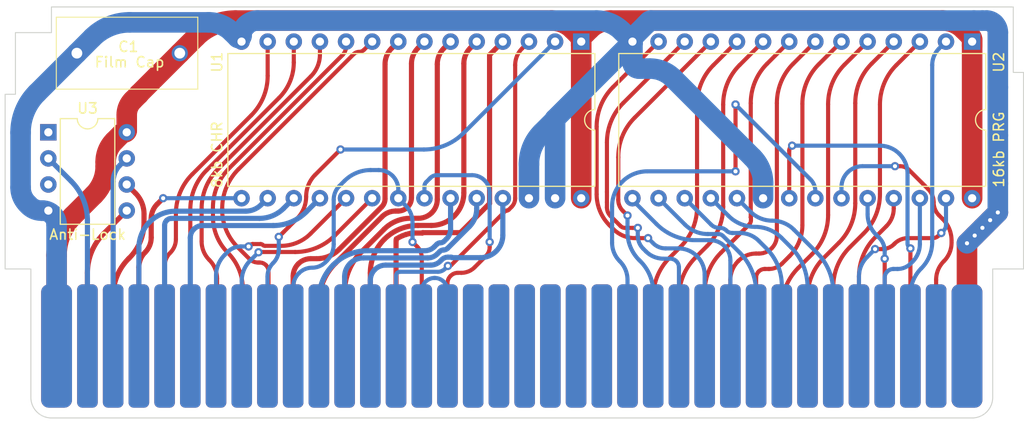
<source format=kicad_pcb>
(kicad_pcb (version 20211014) (generator pcbnew)
  (layers (0 "F.Cu" signal) (31 "B.Cu" signal) (34 "B.Paste" user) (35 "F.Paste" user) (36 "B.SilkS" user "B.Silkscreen") (37 "F.SilkS" user "F.Silkscreen") (38 "B.Mask" user) (39 "F.Mask" user) (44 "Edge.Cuts" user))
  (net 0 "")
  (net 1 "GND")
  (net 2 "/PRG_A11")
  (net 3 "/PRG_A10")
  (net 4 "/PRG_A9")
  (net 5 "/PRG_A8")
  (net 6 "/PRG_A7")
  (net 7 "/PRG_A6")
  (net 8 "/PRG_A5")
  (net 9 "/PRG_A4")
  (net 10 "/PRG_A3")
  (net 11 "/PRG_A2")
  (net 12 "/PRG_A1")
  (net 13 "/PRG_A0")
  (net 21 "/CHR_OE")
  (net 22 "/CHR_A10")
  (net 23 "/CHR_A6")
  (net 24 "/CHR_A5")
  (net 25 "/CHR_A4")
  (net 26 "/CHR_A3")
  (net 27 "/CHR_A2")
  (net 28 "/CHR_A1")
  (net 29 "/CHR_A0")
  (net 30 "/CHR_D0")
  (net 31 "/CHR_D1")
  (net 32 "/CHR_D2")
  (net 33 "/CHR_D3")
  (net 34 "/CIC_IN")
  (net 35 "/CIC_OUT")
  (net 36 "VCC")
  (net 39 "/PRG_A12")
  (net 40 "/PRG_A13")
  (net 41 "/PRG_A14")
  (net 42 "/PRG_D7")
  (net 43 "/PRG_D6")
  (net 44 "/PRG_D5")
  (net 45 "/PRG_D4")
  (net 46 "/PRG_D3")
  (net 47 "/PRG_D2")
  (net 48 "/PRG_D1")
  (net 49 "/PRG_D0")
  (net 50 "/PRG_OE")
  (net 57 "Net-(J1-Pad57)")
  (net 58 "/CHR_A7")
  (net 59 "/CHR_A8")
  (net 60 "/CHR_A9")
  (net 61 "/CHR_A11")
  (net 62 "/CHR_A12")
  (net 63 "/CHR_CE")
  (net 64 "/CHR_D7")
  (net 65 "/CHR_D6")
  (net 66 "/CHR_D5")
  (net 67 "/CHR_D4")
  (net 68 "/CIC_RST")
  (net 69 "/CIC_CLK")
  (footprint "nes edge conector:NES_Cart_edge" (layer "F.Cu") (at 111.4 113.125)
    (fp_text reference "J1")
    (fp_text value "NES_Cart_Edge")
  )
  (footprint "Package_DIP:DIP-28_W15.24mm" (layer "F.Cu") (at 164.9 76.5 -90)
    (fp_text reference "U1")
    (fp_text value "8kb CHR")
  )
  (footprint "Package_DIP:DIP-28_W15.24mm" (layer "F.Cu") (at 202.9 76.5 -90)
    (fp_text reference "U2")
    (fp_text value "16kb PRG")
  )
  (footprint "Package_DIP:DIP-8_W7.62mm" (layer "F.Cu") (at 113.1 85.325)
    (fp_text reference "U3")
    (fp_text value "Anti-Lock")
  )
  (footprint "SamacSys_Parts:104MSR400K" (layer "F.Cu") (at 125.875 77.625 180)
    (fp_text reference "C1")
    (fp_text value "Film Cap")
  )
  (gr_poly (pts (xy 202.9 113.125) (xy 203.042865 113.122516) (xy 203.325687 113.081852) (xy 203.599843 113.001353) (xy 203.859753 112.882656) (xy 204.100125 112.728179) (xy 204.316065 112.541065) (xy 204.503179 112.325125) (xy 204.657656 112.084753) (xy 204.776353 111.824843) (xy 204.856852 111.550687) (xy 204.897516 111.267865) (xy 204.9 111.125) (xy 204.9 98.625) (xy 207.9 98.625) (xy 207.9 79.5) (xy 206.9 79.5) (xy 206.9 73.125) (xy 113.4 73.125) (xy 113.4 75.625) (xy 109.9 75.625) (xy 109.9 81.625) (xy 108.9 81.625) (xy 108.9 98.625) (xy 111.4 98.625) (xy 111.4 111.125) (xy 111.402484 111.267865) (xy 111.443148 111.550687) (xy 111.523647 111.824843) (xy 111.642344 112.084753) (xy 111.796821 112.325125) (xy 111.983935 112.541065) (xy 112.199875 112.728179) (xy 112.440247 112.882656) (xy 112.700157 113.001353) (xy 112.974313 113.081852) (xy 113.257135 113.122516) (xy 113.4 113.125)) (layer "Edge.Cuts") (width 0.1) (fill none))
  (segment (start 202.4 96.125) (end 202.4 106.125) (width 2) (layer "F.Cu") (net 1))
  (segment (start 205.4 93.125) (end 204.65 93.875) (width 2) (layer "F.Cu") (net 1))
  (segment (start 202.4 96.125) (end 203.15 95.375) (width 2) (layer "F.Cu") (net 1))
  (segment (start 203.15 95.375) (end 203.9 94.625) (width 2) (layer "F.Cu") (net 1))
  (segment (start 203.9 94.625) (end 204.65 93.875) (width 2) (layer "F.Cu") (net 1))
  (via (at 203.9 94.625) (size 0.8) (drill 0.4) (layers "F.Cu" "B.Cu") (net 1))
  (via (at 204.65 93.875) (size 0.8) (drill 0.4) (layers "F.Cu" "B.Cu") (net 1))
  (via (at 205.4 93.125) (size 0.8) (drill 0.4) (layers "F.Cu" "B.Cu") (net 1))
  (via (at 202.4 96.125) (size 0.8) (drill 0.4) (layers "F.Cu" "B.Cu") (net 1))
  (via (at 203.15 95.375) (size 0.8) (drill 0.4) (layers "F.Cu" "B.Cu") (net 1))
  (segment (start 182.58 90.2725) (end 182.58 91.74) (width 2) (layer "B.Cu") (net 1))
  (segment (start 168.855 75.475) (end 169.753025 76.373025) (width 2) (layer "B.Cu") (net 1))
  (segment (start 115.875 77.625) (end 111.993792 81.506207) (width 2) (layer "B.Cu") (net 1))
  (segment (start 205.016681 74.741681) (end 205.0625 74.7875) (width 2) (layer "B.Cu") (net 1))
  (segment (start 112.41 92.945) (end 112.534314 92.945) (width 2) (layer "B.Cu") (net 1))
  (segment (start 159.82 88.421051) (end 159.82 91.74) (width 2) (layer "B.Cu") (net 1))
  (segment (start 205.4 85.625) (end 205.4 90.311288) (width 2) (layer "B.Cu") (net 1))
  (segment (start 132.279999 74.96863) (end 132.339315 74.909315) (width 2) (layer "B.Cu") (net 1))
  (segment (start 169.88 76.679569) (end 169.88 78.487518) (width 2) (layer "B.Cu") (net 1))
  (segment (start 171.693142 74.45) (end 203.075 74.45) (width 2) (layer "B.Cu") (net 1))
  (segment (start 111.232096 92.457096) (end 111.06 92.285) (width 2) (layer "B.Cu") (net 1))
  (segment (start 205.4 80.938712) (end 205.4 85.625) (width 2) (layer "B.Cu") (net 1))
  (segment (start 169.88 76.320431) (end 169.88 76.679569) (width 2) (layer "B.Cu") (net 1))
  (segment (start 162.36 84.10798) (end 162.36 91.74) (width 2) (layer "B.Cu") (net 1))
  (segment (start 171.576714 79.125) (end 170.517481 79.125) (width 2) (layer "B.Cu") (net 1))
  (segment (start 113.9 94.310685) (end 113.9 106.125) (width 2) (layer "B.Cu") (net 1))
  (segment (start 170.006974 76.013887) (end 171.224999 74.795861) (width 2) (layer "B.Cu") (net 1))
  (segment (start 120.99632 74.625) (end 128.679174 74.625) (width 2) (layer "B.Cu") (net 1))
  (segment (start 173.835704 80.060704) (end 181.54232 87.76732) (width 2) (layer "B.Cu") (net 1))
  (segment (start 117.375 76.125) (end 115.875 77.625) (width 2) (layer "B.Cu") (net 1))
  (segment (start 171.39793 74.62293) (end 171.224999 74.795861) (width 2) (layer "B.Cu") (net 1))
  (segment (start 205.4 93.125) (end 205.4 90.311288) (width 2) (layer "B.Cu") (net 1))
  (segment (start 171.39793 74.62293) (end 171.484396 74.536465) (width 2) (layer "B.Cu") (net 1))
  (segment (start 205.4 80.938712) (end 205.4 75.602297) (width 2) (layer "B.Cu") (net 1))
  (segment (start 162.34375 84.10125) (end 161.09 85.355) (width 2) (layer "B.Cu") (net 1))
  (segment (start 169.753025 76.626974) (end 162.343749 84.036249) (width 2) (layer "B.Cu") (net 1))
  (segment (start 202.4 96.125) (end 205.4 93.125) (width 2) (layer "B.Cu") (net 1))
  (segment (start 130.9425 75.5625) (end 131.48 76.1) (width 2) (layer "B.Cu") (net 1))
  (segment (start 203.9 74.45) (end 203.075 74.45) (width 2) (layer "B.Cu") (net 1))
  (segment (start 110.4 85.353963) (end 110.4 90.691619) (width 2) (layer "B.Cu") (net 1))
  (segment (start 166.380431 74.45) (end 133.448199 74.45) (width 2) (layer "B.Cu") (net 1))
  (segment (start 204.3125 74.45) (end 203.9 74.45) (width 2) (layer "B.Cu") (net 1))
  (arc (start 130.9425 75.5625) (mid 129.904077 74.868648) (end 128.679174 74.625) (width 2) (layer "B.Cu") (net 1))
  (arc (start 117.375 76.125) (mid 119.036475 75.014837) (end 120.99632 74.625) (width 2) (layer "B.Cu") (net 1))
  (arc (start 204.3125 74.45) (mid 204.6936 74.525805) (end 205.016681 74.741681) (width 2) (layer "B.Cu") (net 1))
  (arc (start 162.34375 84.10125) (mid 162.35048 84.085) (end 162.34375 84.06875) (width 2) (layer "B.Cu") (net 1))
  (arc (start 161.09 85.355) (mid 160.150062 86.761716) (end 159.82 88.421051) (width 2) (layer "B.Cu") (net 1))
  (arc (start 171.576714 79.125) (mid 172.79927 79.368181) (end 173.835704 80.060704) (width 2) (layer "B.Cu") (net 1))
  (arc (start 169.753025 76.626974) (mid 169.805619 76.499999) (end 169.753025 76.373025) (width 2) (layer "B.Cu") (net 1))
  (arc (start 171.693142 74.45) (mid 171.580169 74.472471) (end 171.484396 74.536465) (width 2) (layer "B.Cu") (net 1))
  (arc (start 169.88 76.320431) (mid 169.912999 76.15453) (end 170.006974 76.013887) (width 2) (layer "B.Cu") (net 1))
  (arc (start 132.279999 74.96863) (mid 131.983956 75.41169) (end 131.88 75.934315) (width 2) (layer "B.Cu") (net 1))
  (arc (start 113.9 94.310685) (mid 113.796043 93.78806) (end 113.5 93.345) (width 2) (layer "B.Cu") (net 1))
  (arc (start 131.48 76.1) (mid 131.735353 76.150793) (end 131.88 75.934315) (width 2) (layer "B.Cu") (net 1))
  (arc (start 110.4 90.691619) (mid 110.571528 91.55395) (end 111.06 92.285) (width 2) (layer "B.Cu") (net 1))
  (arc (start 170.066714 78.938286) (mid 169.928525 78.731471) (end 169.88 78.487518) (width 2) (layer "B.Cu") (net 1))
  (arc (start 132.339315 74.909315) (mid 132.848075 74.569372) (end 133.448199 74.45) (width 2) (layer "B.Cu") (net 1))
  (arc (start 170.066714 78.938286) (mid 170.273527 79.076474) (end 170.517481 79.125) (width 2) (layer "B.Cu") (net 1))
  (arc (start 162.36 84.10798) (mid 162.355776 84.086749) (end 162.34375 84.06875) (width 2) (layer "B.Cu") (net 1))
  (arc (start 112.41 92.945) (mid 111.772523 92.818197) (end 111.232096 92.457096) (width 2) (layer "B.Cu") (net 1))
  (arc (start 169.88 76.320431) (mid 169.834083 76.389148) (end 169.753025 76.373025) (width 2) (layer "B.Cu") (net 1))
  (arc (start 205.0625 74.7875) (mid 205.312286 75.161332) (end 205.4 75.602297) (width 2) (layer "B.Cu") (net 1))
  (arc (start 162.34375 84.10125) (mid 162.354123 84.099186) (end 162.36 84.10798) (width 2) (layer "B.Cu") (net 1))
  (arc (start 110.4 85.353963) (mid 110.814213 83.271572) (end 111.993792 81.506207) (width 2) (layer "B.Cu") (net 1))
  (arc (start 169.88 76.679569) (mid 169.834083 76.61085) (end 169.753025 76.626974) (width 2) (layer "B.Cu") (net 1))
  (arc (start 168.855 75.475) (mid 167.719658 74.716388) (end 166.380431 74.45) (width 2) (layer "B.Cu") (net 1))
  (arc (start 182.58 90.2725) (mid 182.310315 88.916706) (end 181.54232 87.76732) (width 2) (layer "B.Cu") (net 1))
  (arc (start 113.5 93.345) (mid 113.056939 93.048956) (end 112.534314 92.945) (width 2) (layer "B.Cu") (net 1))
  (arc (start 162.343749 84.036249) (mid 162.337018 84.052499) (end 162.34375 84.06875) (width 2) (layer "B.Cu") (net 1))
  (segment (start 199.691057 93.416057) (end 200.03 93.755) (width 0.4) (layer "F.Cu") (net 2))
  (segment (start 199.4 99.68566) (end 199.4 106.125) (width 0.4) (layer "F.Cu") (net 2))
  (segment (start 198.628942 90.851885) (end 196.756337 88.97928) (width 0.4) (layer "F.Cu") (net 2))
  (segment (start 195.4 88.625) (end 195.901028 88.625) (width 0.4) (layer "F.Cu") (net 2))
  (segment (start 200.9 95.855365) (end 200.9 96.064339) (width 0.4) (layer "F.Cu") (net 2))
  (via (at 195.4 88.625) (size 0.8) (drill 0.4) (layers "F.Cu" "B.Cu") (net 2))
  (arc (start 200.9 96.064339) (mid 200.705081 97.044261) (end 200.15 97.875) (width 0.4) (layer "F.Cu") (net 2))
  (arc (start 199.16 92.133971) (mid 199.021982 91.440111) (end 198.628942 90.851885) (width 0.4) (layer "F.Cu") (net 2))
  (arc (start 200.03 93.755) (mid 200.673894 94.718655) (end 200.9 95.855365) (width 0.4) (layer "F.Cu") (net 2))
  (arc (start 195.901028 88.625) (mid 196.363918 88.717074) (end 196.756337 88.97928) (width 0.4) (layer "F.Cu") (net 2))
  (arc (start 199.691057 93.416057) (mid 199.298017 92.827831) (end 199.16 92.133971) (width 0.4) (layer "F.Cu") (net 2))
  (arc (start 199.4 99.68566) (mid 199.594918 98.705737) (end 200.15 97.875) (width 0.4) (layer "F.Cu") (net 2))
  (segment (start 195.4 88.625) (end 192.248528 88.625) (width 0.4) (layer "B.Cu") (net 2))
  (segment (start 190.2 90.673528) (end 190.2 91.74) (width 0.4) (layer "B.Cu") (net 2))
  (arc (start 190.8 89.225) (mid 190.355934 89.88959) (end 190.2 90.673528) (width 0.4) (layer "B.Cu") (net 2))
  (arc (start 190.8 89.225) (mid 191.46459 88.780934) (end 192.248528 88.625) (width 0.4) (layer "B.Cu") (net 2))
  (segment (start 196.9 96.625) (end 196.9 106.125) (width 0.4) (layer "F.Cu") (net 3))
  (segment (start 185.26 86.765) (end 185.4 86.625) (width 0.4) (layer "F.Cu") (net 3))
  (segment (start 185.12 87.102989) (end 185.12 91.74) (width 0.4) (layer "F.Cu") (net 3))
  (via (at 196.9 96.625) (size 0.8) (drill 0.4) (layers "F.Cu" "B.Cu") (net 3))
  (via (at 185.4 86.625) (size 0.8) (drill 0.4) (layers "F.Cu" "B.Cu") (net 3))
  (arc (start 185.26 86.765) (mid 185.156384 86.92007) (end 185.12 87.102989) (width 0.4) (layer "F.Cu") (net 3))
  (segment (start 196.62 89.336959) (end 196.62 96.14701) (width 0.4) (layer "B.Cu") (net 3))
  (segment (start 196.9 96.625) (end 196.76 96.485) (width 0.4) (layer "B.Cu") (net 3))
  (segment (start 193.90804 86.625) (end 185.4 86.625) (width 0.4) (layer "B.Cu") (net 3))
  (arc (start 193.90804 86.625) (mid 194.945862 86.831435) (end 195.825685 87.419314) (width 0.4) (layer "B.Cu") (net 3))
  (arc (start 196.62 89.336959) (mid 196.413564 88.299137) (end 195.825685 87.419314) (width 0.4) (layer "B.Cu") (net 3))
  (arc (start 196.76 96.485) (mid 196.656384 96.329928) (end 196.62 96.14701) (width 0.4) (layer "B.Cu") (net 3))
  (segment (start 194.4 97.625) (end 194.4 106.125) (width 0.4) (layer "F.Cu") (net 4))
  (via (at 194.4 97.625) (size 0.8) (drill 0.4) (layers "F.Cu" "B.Cu") (net 4))
  (segment (start 194.4 96.875) (end 194.4 97.625) (width 0.4) (layer "B.Cu") (net 4))
  (segment (start 193.869669 95.594669) (end 193.57 95.295) (width 0.4) (layer "B.Cu") (net 4))
  (segment (start 192.74 93.291202) (end 192.74 91.74) (width 0.4) (layer "B.Cu") (net 4))
  (arc (start 194.4 96.875) (mid 194.262171 96.18209) (end 193.869669 95.594669) (width 0.4) (layer "B.Cu") (net 4))
  (arc (start 193.57 95.295) (mid 192.955709 94.375649) (end 192.74 93.291202) (width 0.4) (layer "B.Cu") (net 4))
  (segment (start 194.571125 94.453874) (end 193.493792 95.531206) (width 0.4) (layer "F.Cu") (net 5))
  (segment (start 195.28 92.7425) (end 195.28 91.74) (width 0.4) (layer "F.Cu") (net 5))
  (segment (start 191.9 99.378963) (end 191.9 106.125) (width 0.4) (layer "F.Cu") (net 5))
  (arc (start 191.9 99.378963) (mid 192.314213 97.296572) (end 193.493792 95.531206) (width 0.4) (layer "F.Cu") (net 5))
  (arc (start 194.571125 94.453874) (mid 195.095769 93.668689) (end 195.28 92.7425) (width 0.4) (layer "F.Cu") (net 5))
  (segment (start 190.993792 96.531207) (end 192.346206 95.178792) (width 0.4) (layer "F.Cu") (net 6))
  (segment (start 189.4 100.378963) (end 189.4 106.125) (width 0.4) (layer "F.Cu") (net 6))
  (segment (start 195.533792 78.786207) (end 197.82 76.5) (width 0.4) (layer "F.Cu") (net 6))
  (segment (start 193.94 91.331036) (end 193.94 82.633963) (width 0.4) (layer "F.Cu") (net 6))
  (arc (start 190.993792 96.531207) (mid 189.814213 98.296572) (end 189.4 100.378963) (width 0.4) (layer "F.Cu") (net 6))
  (arc (start 192.346206 95.178792) (mid 193.525786 93.413426) (end 193.94 91.331036) (width 0.4) (layer "F.Cu") (net 6))
  (arc (start 195.533792 78.786207) (mid 194.354213 80.551572) (end 193.94 82.633963) (width 0.4) (layer "F.Cu") (net 6))
  (segment (start 189.946207 96.078792) (end 188.493792 97.531206) (width 0.4) (layer "F.Cu") (net 7))
  (segment (start 193.133792 78.646207) (end 195.28 76.5) (width 0.4) (layer "F.Cu") (net 7))
  (segment (start 186.9 101.378963) (end 186.9 106.125) (width 0.4) (layer "F.Cu") (net 7))
  (segment (start 191.54 92.231036) (end 191.54 82.493963) (width 0.4) (layer "F.Cu") (net 7))
  (arc (start 193.133792 78.646207) (mid 191.954213 80.411572) (end 191.54 82.493963) (width 0.4) (layer "F.Cu") (net 7))
  (arc (start 188.493792 97.531206) (mid 187.314213 99.296572) (end 186.9 101.378963) (width 0.4) (layer "F.Cu") (net 7))
  (arc (start 191.54 92.231036) (mid 191.125786 94.313426) (end 189.946207 96.078792) (width 0.4) (layer "F.Cu") (net 7))
  (segment (start 184.4 102.378963) (end 184.4 106.125) (width 0.4) (layer "F.Cu") (net 8))
  (segment (start 188.9 93.371036) (end 188.9 82.593963) (width 0.4) (layer "F.Cu") (net 8))
  (segment (start 185.993792 98.531206) (end 187.306207 97.218792) (width 0.4) (layer "F.Cu") (net 8))
  (segment (start 190.493792 78.746207) (end 192.74 76.5) (width 0.4) (layer "F.Cu") (net 8))
  (arc (start 185.993792 98.531206) (mid 184.814213 100.296572) (end 184.4 102.378963) (width 0.4) (layer "F.Cu") (net 8))
  (arc (start 190.493792 78.746207) (mid 189.314213 80.511572) (end 188.9 82.593963) (width 0.4) (layer "F.Cu") (net 8))
  (arc (start 188.9 93.371036) (mid 188.485786 95.453426) (end 187.306207 97.218792) (width 0.4) (layer "F.Cu") (net 8))
  (segment (start 185.149999 97.374999) (end 184.43033 98.094669) (width 0.4) (layer "F.Cu") (net 9))
  (segment (start 181.9 99.478553) (end 181.9 106.125) (width 0.4) (layer "F.Cu") (net 9))
  (segment (start 183.15 98.625) (end 182.753553 98.625) (width 0.4) (layer "F.Cu") (net 9))
  (segment (start 186.4 82.553963) (end 186.4 94.357233) (width 0.4) (layer "F.Cu") (net 9))
  (segment (start 187.993792 78.706207) (end 190.2 76.5) (width 0.4) (layer "F.Cu") (net 9))
  (arc (start 186.4 82.553963) (mid 186.814213 80.471572) (end 187.993792 78.706207) (width 0.4) (layer "F.Cu") (net 9))
  (arc (start 185.149999 97.374999) (mid 186.075135 95.990436) (end 186.4 94.357233) (width 0.4) (layer "F.Cu") (net 9))
  (arc (start 182.15 98.875) (mid 182.426912 98.689972) (end 182.753553 98.625) (width 0.4) (layer "F.Cu") (net 9))
  (arc (start 182.15 98.875) (mid 181.964972 99.151912) (end 181.9 99.478553) (width 0.4) (layer "F.Cu") (net 9))
  (arc (start 183.15 98.625) (mid 183.842909 98.487171) (end 184.43033 98.094669) (width 0.4) (layer "F.Cu") (net 9))
  (segment (start 182.178751 97.125) (end 181.9 97.125) (width 0.4) (layer "F.Cu") (net 10))
  (segment (start 180.15 97.875) (end 180.192893 97.832106) (width 0.4) (layer "F.Cu") (net 10))
  (segment (start 183.92 95.383751) (end 183.92 82.493963) (width 0.4) (layer "F.Cu") (net 10))
  (segment (start 179.4 99.68566) (end 179.4 106.125) (width 0.4) (layer "F.Cu") (net 10))
  (segment (start 185.513792 78.646207) (end 187.66 76.5) (width 0.4) (layer "F.Cu") (net 10))
  (arc (start 185.513792 78.646207) (mid 184.334213 80.411572) (end 183.92 82.493963) (width 0.4) (layer "F.Cu") (net 10))
  (arc (start 183.41 96.615) (mid 182.845098 96.992455) (end 182.178751 97.125) (width 0.4) (layer "F.Cu") (net 10))
  (arc (start 180.192893 97.832106) (mid 180.97612 97.30877) (end 181.9 97.125) (width 0.4) (layer "F.Cu") (net 10))
  (arc (start 183.92 95.383751) (mid 183.787455 96.050098) (end 183.41 96.615) (width 0.4) (layer "F.Cu") (net 10))
  (arc (start 180.15 97.875) (mid 179.594918 98.705737) (end 179.4 99.68566) (width 0.4) (layer "F.Cu") (net 10))
  (segment (start 181.4 93.639142) (end 181.4 93.875) (width 0.4) (layer "F.Cu") (net 11))
  (segment (start 182.973792 78.646207) (end 185.12 76.5) (width 0.4) (layer "F.Cu") (net 11))
  (segment (start 176.9 100.878963) (end 176.9 106.125) (width 0.4) (layer "F.Cu") (net 11))
  (segment (start 181.223223 94.301776) (end 178.493792 97.031207) (width 0.4) (layer "F.Cu") (net 11))
  (segment (start 181.38 82.493963) (end 181.38 93.590857) (width 0.4) (layer "F.Cu") (net 11))
  (arc (start 181.39 93.615) (mid 181.382598 93.603923) (end 181.38 93.590857) (width 0.4) (layer "F.Cu") (net 11))
  (arc (start 182.973792 78.646207) (mid 181.794213 80.411572) (end 181.38 82.493963) (width 0.4) (layer "F.Cu") (net 11))
  (arc (start 181.39 93.615) (mid 181.397401 93.626076) (end 181.4 93.639142) (width 0.4) (layer "F.Cu") (net 11))
  (arc (start 178.493792 97.031207) (mid 177.314213 98.796572) (end 176.9 100.878963) (width 0.4) (layer "F.Cu") (net 11))
  (arc (start 181.223223 94.301776) (mid 181.354057 94.105969) (end 181.4 93.875) (width 0.4) (layer "F.Cu") (net 11))
  (segment (start 180.293792 78.786207) (end 182.58 76.5) (width 0.4) (layer "F.Cu") (net 12))
  (segment (start 174.4 101.378963) (end 174.4 106.125) (width 0.4) (layer "F.Cu") (net 12))
  (segment (start 178.7 82.633963) (end 178.7 92.571036) (width 0.4) (layer "F.Cu") (net 12))
  (segment (start 175.993792 97.531206) (end 177.106207 96.418792) (width 0.4) (layer "F.Cu") (net 12))
  (arc (start 180.293792 78.786207) (mid 179.114213 80.551572) (end 178.7 82.633963) (width 0.4) (layer "F.Cu") (net 12))
  (arc (start 177.106207 96.418792) (mid 178.285786 94.653426) (end 178.7 92.571036) (width 0.4) (layer "F.Cu") (net 12))
  (arc (start 175.993792 97.531206) (mid 174.814213 99.296572) (end 174.4 101.378963) (width 0.4) (layer "F.Cu") (net 12))
  (segment (start 176.16 92.611036) (end 176.16 82.633963) (width 0.4) (layer "F.Cu") (net 13))
  (segment (start 173.493792 97.531207) (end 174.566206 96.458792) (width 0.4) (layer "F.Cu") (net 13))
  (segment (start 177.753792 78.786207) (end 180.04 76.5) (width 0.4) (layer "F.Cu") (net 13))
  (segment (start 171.9 101.378963) (end 171.9 106.125) (width 0.4) (layer "F.Cu") (net 13))
  (arc (start 176.16 92.611036) (mid 175.745786 94.693426) (end 174.566206 96.458792) (width 0.4) (layer "F.Cu") (net 13))
  (arc (start 177.753792 78.786207) (mid 176.574213 80.551572) (end 176.16 82.633963) (width 0.4) (layer "F.Cu") (net 13))
  (arc (start 171.9 101.378963) (mid 172.314213 99.296572) (end 173.493792 97.531207) (width 0.4) (layer "F.Cu") (net 13))
  (segment (start 152.924264 99) (end 153.25 99) (width 0.4) (layer "F.Cu") (net 21))
  (segment (start 154.530329 98.469669) (end 155.646446 97.353553) (width 0.4) (layer "F.Cu") (net 21))
  (segment (start 151.9 100.024264) (end 151.9 106.125) (width 0.4) (layer "F.Cu") (net 21))
  (segment (start 156 96.5) (end 156 96) (width 0.4) (layer "F.Cu") (net 21))
  (via (at 156 96) (size 0.8) (drill 0.4) (layers "F.Cu" "B.Cu") (net 21))
  (arc (start 154.530329 98.469669) (mid 153.942909 98.862171) (end 153.25 99) (width 0.4) (layer "F.Cu") (net 21))
  (arc (start 151.9 100.024264) (mid 151.977967 99.632295) (end 152.2 99.3) (width 0.4) (layer "F.Cu") (net 21))
  (arc (start 156 96.5) (mid 155.908114 96.961939) (end 155.646446 97.353553) (width 0.4) (layer "F.Cu") (net 21))
  (arc (start 152.924264 99) (mid 152.532295 99.077967) (end 152.2 99.3) (width 0.4) (layer "F.Cu") (net 21))
  (segment (start 156 91.207106) (end 156 96) (width 0.4) (layer "B.Cu") (net 21))
  (segment (start 149.66 90.580416) (end 149.66 91.74) (width 0.4) (layer "B.Cu") (net 21))
  (segment (start 150.13 89.87) (end 149.83 90.17) (width 0.4) (layer "B.Cu") (net 21))
  (segment (start 150.21 89.79) (end 150.25 89.75) (width 0.4) (layer "B.Cu") (net 21))
  (segment (start 150.853553 89.5) (end 154.292893 89.5) (width 0.4) (layer "B.Cu") (net 21))
  (segment (start 150.21 89.79) (end 150.13 89.87) (width 0.4) (layer "B.Cu") (net 21))
  (arc (start 150.853553 89.5) (mid 150.526912 89.564972) (end 150.25 89.75) (width 0.4) (layer "B.Cu") (net 21))
  (arc (start 154.292893 89.5) (mid 154.946174 89.629945) (end 155.5 90) (width 0.4) (layer "B.Cu") (net 21))
  (arc (start 156 91.207106) (mid 155.870054 90.553825) (end 155.5 90) (width 0.4) (layer "B.Cu") (net 21))
  (arc (start 149.83 90.17) (mid 149.704181 90.3583) (end 149.66 90.580416) (width 0.4) (layer "B.Cu") (net 21))
  (segment (start 149.4 97.536396) (end 149.4 106.125) (width 0.4) (layer "F.Cu") (net 22))
  (segment (start 148.95 96.45) (end 148.5 96) (width 0.4) (layer "F.Cu") (net 22))
  (via (at 148.5 96) (size 0.8) (drill 0.4) (layers "F.Cu" "B.Cu") (net 22))
  (arc (start 148.95 96.45) (mid 149.283048 96.948442) (end 149.4 97.536396) (width 0.4) (layer "F.Cu") (net 22))
  (segment (start 140.84 96.212476) (end 140.84 91.881664) (width 0.4) (layer "B.Cu") (net 22))
  (segment (start 148.5 94.095807) (end 148.5 95.6) (width 0.4) (layer "B.Cu") (net 22))
  (segment (start 147.12 91.325979) (end 147.12 90.911959) (width 0.4) (layer "B.Cu") (net 22))
  (segment (start 148.5 95.85) (end 148.5 95.95) (width 0.4) (layer "B.Cu") (net 22))
  (segment (start 136.9 100.377817) (end 136.9 106.125) (width 0.4) (layer "B.Cu") (net 22))
  (segment (start 148.5 95.6) (end 148.5 95.8) (width 0.4) (layer "B.Cu") (net 22))
  (segment (start 148.5 95.8) (end 148.5 95.85) (width 0.4) (layer "B.Cu") (net 22))
  (segment (start 140.169999 97.829999) (end 140.03033 97.969669) (width 0.4) (layer "B.Cu") (net 22))
  (segment (start 145.20804 89) (end 144.429948 89) (width 0.4) (layer "B.Cu") (net 22))
  (segment (start 137.469669 99.03033) (end 137.449999 99.049999) (width 0.4) (layer "B.Cu") (net 22))
  (segment (start 141.891471 90.051471) (end 141.39064 90.552302) (width 0.4) (layer "B.Cu") (net 22))
  (segment (start 148.5 96) (end 148.5 95.95) (width 0.4) (layer "B.Cu") (net 22))
  (segment (start 147.412756 92.032756) (end 147.81 92.43) (width 0.4) (layer "B.Cu") (net 22))
  (arc (start 141.891471 90.051471) (mid 143.056134 89.273268) (end 144.429948 89) (width 0.4) (layer "B.Cu") (net 22))
  (arc (start 138.75 98.5) (mid 139.442909 98.362171) (end 140.03033 97.969669) (width 0.4) (layer "B.Cu") (net 22))
  (arc (start 137.469669 99.03033) (mid 138.05709 98.637828) (end 138.75 98.5) (width 0.4) (layer "B.Cu") (net 22))
  (arc (start 141.39064 90.552302) (mid 140.983107 91.162218) (end 140.84 91.881664) (width 0.4) (layer "B.Cu") (net 22))
  (arc (start 145.20804 89) (mid 145.939715 89.145539) (end 146.56 89.56) (width 0.4) (layer "B.Cu") (net 22))
  (arc (start 146.56 89.56) (mid 146.97446 90.180284) (end 147.12 90.911959) (width 0.4) (layer "B.Cu") (net 22))
  (arc (start 148.5 94.095807) (mid 148.320674 93.194278) (end 147.81 92.43) (width 0.4) (layer "B.Cu") (net 22))
  (arc (start 136.9 100.377817) (mid 137.04294 99.659207) (end 137.449999 99.049999) (width 0.4) (layer "B.Cu") (net 22))
  (arc (start 147.12 91.325979) (mid 147.196084 91.708484) (end 147.412756 92.032756) (width 0.4) (layer "B.Cu") (net 22))
  (arc (start 140.84 96.212476) (mid 140.665872 97.087873) (end 140.169999 97.829999) (width 0.4) (layer "B.Cu") (net 22))
  (segment (start 147.214866 95.53659) (end 146.940378 95.695067) (width 0.5) (layer "F.Cu") (net 23))
  (segment (start 148.514215 95.126899) (end 148.177197 95.186327) (width 0.5) (layer "F.Cu") (net 23))
  (segment (start 146.940378 95.695067) (end 146.935335 95.707241) (width 0.5) (layer "F.Cu") (net 23))
  (segment (start 146.9 95.960624) (end 146.9 106.125) (width 0.5) (layer "F.Cu") (net 23))
  (segment (start 147.846616 95.274908) (end 147.525027 95.391958) (width 0.5) (layer "F.Cu") (net 23))
  (segment (start 155.99 77.79) (end 155.99 92.257767) (width 0.5) (layer "F.Cu") (net 23))
  (segment (start 153.157767 95.09) (end 149.5 95.09) (width 0.5) (layer "F.Cu") (net 23))
  (segment (start 149.5 95.09) (end 149.463101 95.126899) (width 0.5) (layer "F.Cu") (net 23))
  (segment (start 147.525027 95.391958) (end 147.214866 95.53659) (width 0.5) (layer "F.Cu") (net 23))
  (segment (start 157.28 76.5) (end 155.99 77.79) (width 0.5) (layer "F.Cu") (net 23))
  (segment (start 149.463101 95.126899) (end 148.514215 95.126899) (width 0.5) (layer "F.Cu") (net 23))
  (segment (start 148.177197 95.186327) (end 147.846616 95.274908) (width 0.5) (layer "F.Cu") (net 23))
  (segment (start 146.901956 95.875067) (end 146.9 95.960624) (width 0.5) (layer "F.Cu") (net 23))
  (segment (start 146.935335 95.707241) (end 146.901956 95.875067) (width 0.5) (layer "F.Cu") (net 23))
  (segment (start 155.99 92.257767) (end 153.157767 95.09) (width 0.5) (layer "F.Cu") (net 23))
  (segment (start 154.115 77.125) (end 154.74 76.5) (width 0.5) (layer "F.Cu") (net 24))
  (segment (start 153.49 78.633883) (end 153.49 91.223316) (width 0.5) (layer "F.Cu") (net 24))
  (segment (start 149.026259 94.39) (end 150.323316 94.39) (width 0.5) (layer "F.Cu") (net 24))
  (segment (start 144.4 99.016259) (end 144.4 106.125) (width 0.5) (layer "F.Cu") (net 24))
  (arc (start 152.5625 93.4625) (mid 153.24895 92.435153) (end 153.49 91.223316) (width 0.5) (layer "F.Cu") (net 24))
  (arc (start 152.5625 93.4625) (mid 151.535153 94.14895) (end 150.323316 94.39) (width 0.5) (layer "F.Cu") (net 24))
  (arc (start 145.755 95.745) (mid 147.255866 94.742153) (end 149.026259 94.39) (width 0.5) (layer "F.Cu") (net 24))
  (arc (start 153.49 78.633883) (mid 153.652432 77.817281) (end 154.115 77.125) (width 0.5) (layer "F.Cu") (net 24))
  (arc (start 145.755 95.745) (mid 144.752153 97.245866) (end 144.4 99.016259) (width 0.5) (layer "F.Cu") (net 24))
  (segment (start 141.9 100.853963) (end 141.9 106.125) (width 0.5) (layer "F.Cu") (net 25))
  (segment (start 148.3225 93.69) (end 149.07486 93.69) (width 0.5) (layer "F.Cu") (net 25))
  (segment (start 150.91 91.85486) (end 150.91 78.702167) (width 0.5) (layer "F.Cu") (net 25))
  (segment (start 151.555 77.145) (end 152.2 76.5) (width 0.5) (layer "F.Cu") (net 25))
  (segment (start 145.7405 94.759499) (end 143.493792 97.006206) (width 0.5) (layer "F.Cu") (net 25))
  (arc (start 151.555 77.145) (mid 151.07763 77.859434) (end 150.91 78.702167) (width 0.5) (layer "F.Cu") (net 25))
  (arc (start 149.07486 93.69) (mid 149.777137 93.550308) (end 150.3725 93.1525) (width 0.5) (layer "F.Cu") (net 25))
  (arc (start 150.91 91.85486) (mid 150.770308 92.557137) (end 150.3725 93.1525) (width 0.5) (layer "F.Cu") (net 25))
  (arc (start 143.493792 97.006206) (mid 142.314213 98.771572) (end 141.9 100.853963) (width 0.5) (layer "F.Cu") (net 25))
  (arc (start 145.7405 94.759499) (mid 146.925131 93.967953) (end 148.3225 93.69) (width 0.5) (layer "F.Cu") (net 25))
  (segment (start 146.862742 92.99) (end 147.098786 92.99) (width 0.5) (layer "F.Cu") (net 26))
  (segment (start 149.03 77.13) (end 149.66 76.5) (width 0.5) (layer "F.Cu") (net 26))
  (segment (start 148.4 91.688786) (end 148.4 78.650954) (width 0.5) (layer "F.Cu") (net 26))
  (segment (start 139.4 101.93168) (end 139.4 106.125) (width 0.5) (layer "F.Cu") (net 26))
  (segment (start 145.539691 93.538025) (end 140.993792 98.083924) (width 0.5) (layer "F.Cu") (net 26))
  (arc (start 148.4 91.688786) (mid 148.30095 92.186739) (end 148.018883 92.608883) (width 0.5) (layer "F.Cu") (net 26))
  (arc (start 147.098786 92.99) (mid 147.596739 92.89095) (end 148.018883 92.608883) (width 0.5) (layer "F.Cu") (net 26))
  (arc (start 149.03 77.13) (mid 148.563731 77.827819) (end 148.4 78.650954) (width 0.5) (layer "F.Cu") (net 26))
  (arc (start 140.993792 98.083924) (mid 139.814213 99.849289) (end 139.4 101.93168) (width 0.5) (layer "F.Cu") (net 26))
  (arc (start 146.862742 92.99) (mid 146.146712 93.132427) (end 145.539691 93.538025) (width 0.5) (layer "F.Cu") (net 26))
  (segment (start 138.607106 97.625) (end 139.181383 97.625) (width 0.5) (layer "F.Cu") (net 27))
  (segment (start 146.475 77.145) (end 147.12 76.5) (width 0.5) (layer "F.Cu") (net 27))
  (segment (start 145.83 78.702167) (end 145.83 91.795289) (width 0.5) (layer "F.Cu") (net 27))
  (segment (start 141.368841 96.718925) (end 145.502979 92.584787) (width 0.5) (layer "F.Cu") (net 27))
  (segment (start 136.9 99.332106) (end 136.9 106.125) (width 0.5) (layer "F.Cu") (net 27))
  (arc (start 138.607106 97.625) (mid 137.953825 97.754945) (end 137.4 98.125) (width 0.5) (layer "F.Cu") (net 27))
  (arc (start 145.502979 92.584787) (mid 145.74501 92.222562) (end 145.83 91.795289) (width 0.5) (layer "F.Cu") (net 27))
  (arc (start 136.9 99.332106) (mid 137.029945 98.678825) (end 137.4 98.125) (width 0.5) (layer "F.Cu") (net 27))
  (arc (start 139.181383 97.625) (mid 140.365227 97.389518) (end 141.368841 96.718925) (width 0.5) (layer "F.Cu") (net 27))
  (arc (start 145.83 78.702167) (mid 145.99763 77.859434) (end 146.475 77.145) (width 0.5) (layer "F.Cu") (net 27))
  (segment (start 133.646446 98) (end 133.5 98) (width 0.4) (layer "F.Cu") (net 28))
  (segment (start 134.5 98.853553) (end 134.5 105.954289) (width 0.4) (layer "F.Cu") (net 28))
  (segment (start 131.5 96.5) (end 132.646446 97.646446) (width 0.4) (layer "F.Cu") (net 28))
  (segment (start 130 92.75) (end 130 92.878679) (width 0.4) (layer "F.Cu") (net 28))
  (segment (start 134.45 106.075) (end 134.4 106.125) (width 0.4) (layer "F.Cu") (net 28))
  (segment (start 143.78506 77.294939) (end 144.58 76.5) (width 0.4) (layer "F.Cu") (net 28))
  (segment (start 142.794939 77.70506) (end 131.59099 88.909009) (width 0.4) (layer "F.Cu") (net 28))
  (arc (start 134.5 105.954289) (mid 134.487005 106.019617) (end 134.45 106.075) (width 0.4) (layer "F.Cu") (net 28))
  (arc (start 130 92.75) (mid 130.413484 90.67127) (end 131.59099 88.909009) (width 0.4) (layer "F.Cu") (net 28))
  (arc (start 131.5 96.5) (mid 130.389837 94.838523) (end 130 92.878679) (width 0.4) (layer "F.Cu") (net 28))
  (arc (start 143.78506 77.294939) (mid 143.557924 77.446706) (end 143.29 77.5) (width 0.4) (layer "F.Cu") (net 28))
  (arc (start 143.29 77.5) (mid 143.022074 77.553293) (end 142.794939 77.70506) (width 0.4) (layer "F.Cu") (net 28))
  (arc (start 133.5 98) (mid 133.03806 97.908114) (end 132.646446 97.646446) (width 0.4) (layer "F.Cu") (net 28))
  (arc (start 134.25 98.25) (mid 133.973087 98.064972) (end 133.646446 98) (width 0.4) (layer "F.Cu") (net 28))
  (arc (start 134.25 98.25) (mid 134.435027 98.526912) (end 134.5 98.853553) (width 0.4) (layer "F.Cu") (net 28))
  (segment (start 129.1 93.54939) (end 129.1 92.653963) (width 0.4) (layer "F.Cu") (net 29))
  (segment (start 142.04 76.98) (end 142.04 76.5) (width 0.4) (layer "F.Cu") (net 29))
  (segment (start 131.95 106.075) (end 131.9 106.125) (width 0.4) (layer "F.Cu") (net 29))
  (segment (start 132 100.550609) (end 132 105.954289) (width 0.4) (layer "F.Cu") (net 29))
  (segment (start 141.700588 77.799411) (end 130.693792 88.806207) (width 0.4) (layer "F.Cu") (net 29))
  (arc (start 132 105.954289) (mid 131.987005 106.019617) (end 131.95 106.075) (width 0.4) (layer "F.Cu") (net 29))
  (arc (start 141.700588 77.799411) (mid 141.951789 77.423462) (end 142.04 76.98) (width 0.4) (layer "F.Cu") (net 29))
  (arc (start 130.693792 88.806207) (mid 129.514213 90.571572) (end 129.1 92.653963) (width 0.4) (layer "F.Cu") (net 29))
  (arc (start 129.1 93.54939) (mid 129.476842 95.443906) (end 130.55 97.05) (width 0.4) (layer "F.Cu") (net 29))
  (arc (start 132 100.550609) (mid 131.623157 98.656093) (end 130.55 97.05) (width 0.4) (layer "F.Cu") (net 29))
  (segment (start 129.593792 88.906207) (end 138.616116 79.883883) (width 0.4) (layer "F.Cu") (net 30))
  (segment (start 129.5 105.954289) (end 129.5 99.56066) (width 0.4) (layer "F.Cu") (net 30))
  (segment (start 128 92.753963) (end 128 95.939339) (width 0.4) (layer "F.Cu") (net 30))
  (segment (start 129.45 106.075) (end 129.4 106.125) (width 0.4) (layer "F.Cu") (net 30))
  (segment (start 139.5 77.75) (end 139.5 76.5) (width 0.4) (layer "F.Cu") (net 30))
  (arc (start 129.45 106.075) (mid 129.487005 106.019617) (end 129.5 105.954289) (width 0.4) (layer "F.Cu") (net 30))
  (arc (start 128.75 97.75) (mid 128.194918 96.919261) (end 128 95.939339) (width 0.4) (layer "F.Cu") (net 30))
  (arc (start 129.5 99.56066) (mid 129.305081 98.580737) (end 128.75 97.75) (width 0.4) (layer "F.Cu") (net 30))
  (arc (start 139.5 77.75) (mid 139.270286 78.904849) (end 138.616116 79.883883) (width 0.4) (layer "F.Cu") (net 30))
  (arc (start 129.593792 88.906207) (mid 128.414213 90.671572) (end 128 92.753963) (width 0.4) (layer "F.Cu") (net 30))
  (segment (start 136.96 78.52) (end 136.96 76.5) (width 0.4) (layer "F.Cu") (net 31))
  (segment (start 135.531644 81.968355) (end 128.493792 89.006207) (width 0.4) (layer "F.Cu") (net 31))
  (segment (start 126.9 92.853963) (end 126.9 106.125) (width 0.4) (layer "F.Cu") (net 31))
  (arc (start 135.531644 81.968355) (mid 136.588782 80.386236) (end 136.96 78.52) (width 0.4) (layer "F.Cu") (net 31))
  (arc (start 128.493792 89.006207) (mid 127.314213 90.771572) (end 126.9 92.853963) (width 0.4) (layer "F.Cu") (net 31))
  (segment (start 127.093792 89.406207) (end 132.826207 83.673792) (width 0.4) (layer "F.Cu") (net 32))
  (segment (start 134.42 79.826036) (end 134.42 76.5) (width 0.4) (layer "F.Cu") (net 32))
  (segment (start 124.4 98.377817) (end 124.4 106.125) (width 0.4) (layer "F.Cu") (net 32))
  (segment (start 125.5 93.253963) (end 125.5 95.722182) (width 0.4) (layer "F.Cu") (net 32))
  (arc (start 127.093792 89.406207) (mid 125.914213 91.171572) (end 125.5 93.253963) (width 0.4) (layer "F.Cu") (net 32))
  (arc (start 132.826207 83.673792) (mid 134.005786 81.908426) (end 134.42 79.826036) (width 0.4) (layer "F.Cu") (net 32))
  (arc (start 124.95 97.05) (mid 124.54294 97.659207) (end 124.4 98.377817) (width 0.4) (layer "F.Cu") (net 32))
  (arc (start 125.5 95.722182) (mid 125.357059 96.440792) (end 124.95 97.05) (width 0.4) (layer "F.Cu") (net 32))
  (segment (start 121.9 98.463478) (end 121.9 106.125) (width 0.5) (layer "F.Cu") (net 33))
  (segment (start 123.68 92.32) (end 124.26 91.74) (width 0.5) (layer "F.Cu") (net 33))
  (segment (start 123.1 95.566421) (end 123.1 93.720243) (width 0.5) (layer "F.Cu") (net 33))
  (via (at 124.26 91.74) (size 0.8) (drill 0.4) (layers "F.Cu" "B.Cu") (net 33))
  (arc (start 123.1 95.566421) (mid 122.944065 96.350359) (end 122.5 97.01495) (width 0.5) (layer "F.Cu") (net 33))
  (arc (start 123.68 92.32) (mid 123.250737 92.962437) (end 123.1 93.720243) (width 0.5) (layer "F.Cu") (net 33))
  (arc (start 122.5 97.01495) (mid 122.055934 97.67954) (end 121.9 98.463478) (width 0.5) (layer "F.Cu") (net 33))
  (segment (start 124.26 91.74) (end 131.88 91.74) (width 0.4) (layer "B.Cu") (net 33))
  (segment (start 122.4 94.105) (end 122.4 93.272939) (width 0.5) (layer "F.Cu") (net 34))
  (segment (start 121.56 91.245) (end 120.72 90.405) (width 0.5) (layer "F.Cu") (net 34))
  (segment (start 119.4 101.24632) (end 119.4 106.125) (width 0.5) (layer "F.Cu") (net 34))
  (segment (start 120.899999 97.624999) (end 120.971644 97.553355) (width 0.5) (layer "F.Cu") (net 34))
  (arc (start 121.56 91.245) (mid 122.181691 92.175426) (end 122.4 93.272939) (width 0.5) (layer "F.Cu") (net 34))
  (arc (start 122.4 94.105) (mid 122.028782 95.971236) (end 120.971644 97.553355) (width 0.5) (layer "F.Cu") (net 34))
  (arc (start 120.899999 97.624999) (mid 119.789837 99.286475) (end 119.4 101.24632) (width 0.5) (layer "F.Cu") (net 34))
  (segment (start 118.493792 95.171207) (end 120.72 92.945) (width 0.5) (layer "F.Cu") (net 35))
  (segment (start 116.9 99.018963) (end 116.9 106.125) (width 0.5) (layer "F.Cu") (net 35))
  (arc (start 118.493792 95.171207) (mid 117.314213 96.936572) (end 116.9 99.018963) (width 0.5) (layer "F.Cu") (net 35))
  (segment (start 202.9 76.5) (end 202.9 76.859138) (width 2) (layer "F.Cu") (net 36))
  (segment (start 120.233887 85.451974) (end 119.51543 86.17043) (width 2) (layer "F.Cu") (net 36))
  (segment (start 202.773025 76.013887) (end 202.054569 75.295431) (width 2) (layer "F.Cu") (net 36))
  (segment (start 164.054569 75.295431) (end 164.773025 76.013887) (width 2) (layer "F.Cu") (net 36))
  (segment (start 118.67 88.645) (end 118.67 88.211481) (width 2) (layer "F.Cu") (net 36))
  (segment (start 164.9 76.3125) (end 164.9 76.320431) (width 2) (layer "F.Cu") (net 36))
  (segment (start 164.9 76.5) (end 164.9 76.859138) (width 2) (layer "F.Cu") (net 36))
  (segment (start 202.9 76.859138) (end 202.9 91.74) (width 2) (layer "F.Cu") (net 36))
  (segment (start 165.737499 75.287499) (end 165.032582 75.992417) (width 2) (layer "F.Cu") (net 36))
  (segment (start 113.9 97.298101) (end 113.9 106.125) (width 2) (layer "F.Cu") (net 36))
  (segment (start 127.4625 76.0375) (end 125.875 77.625) (width 2) (layer "F.Cu") (net 36))
  (segment (start 164.9 76.320431) (end 164.9 76.5) (width 2) (layer "F.Cu") (net 36))
  (segment (start 115.493792 93.450344) (end 117.518025 91.426112) (width 2) (layer "F.Cu") (net 36))
  (segment (start 164.9 76.320431) (end 164.9 76.5) (width 2) (layer "F.Cu") (net 36))
  (segment (start 121.891161 81.633838) (end 121.309999 82.214999) (width 2) (layer "F.Cu") (net 36))
  (segment (start 200.013518 74.45) (end 167.759403 74.45) (width 2) (layer "F.Cu") (net 36))
  (segment (start 164.9 76.859138) (end 164.9 91.74) (width 2) (layer "F.Cu") (net 36))
  (segment (start 120.72 85.145431) (end 120.72 83.639386) (width 2) (layer "F.Cu") (net 36))
  (segment (start 164.9 76.859138) (end 164.9 76.5) (width 2) (layer "F.Cu") (net 36))
  (segment (start 131.295064 74.45) (end 162.013518 74.45) (width 2) (layer "F.Cu") (net 36))
  (segment (start 202.9 76.5) (end 202.9 76.320431) (width 2) (layer "F.Cu") (net 36))
  (segment (start 121.908838 81.591161) (end 125.875 77.625) (width 2) (layer "F.Cu") (net 36))
  (arc (start 200.013518 74.45) (mid 201.118126 74.66972) (end 202.054569 75.295431) (width 2) (layer "F.Cu") (net 36))
  (arc (start 118.67 88.211481) (mid 118.88972 87.106872) (end 119.51543 86.17043) (width 2) (layer "F.Cu") (net 36))
  (arc (start 202.773025 76.013887) (mid 202.867 76.15453) (end 202.9 76.320431) (width 2) (layer "F.Cu") (net 36))
  (arc (start 127.4625 76.0375) (mid 129.220895 74.862577) (end 131.295064 74.45) (width 2) (layer "F.Cu") (net 36))
  (arc (start 164.9 76.3125) (mid 164.934456 76.139272) (end 165.032582 75.992417) (width 2) (layer "F.Cu") (net 36))
  (arc (start 164.054569 75.295431) (mid 163.118126 74.66972) (end 162.013518 74.45) (width 2) (layer "F.Cu") (net 36))
  (arc (start 120.540431 85.325) (mid 120.37453 85.357999) (end 120.233887 85.451974) (width 2) (layer "F.Cu") (net 36))
  (arc (start 118.67 88.645) (mid 118.370611 90.150127) (end 117.518025 91.426112) (width 2) (layer "F.Cu") (net 36))
  (arc (start 121.309999 82.214999) (mid 120.873335 82.868513) (end 120.72 83.639386) (width 2) (layer "F.Cu") (net 36))
  (arc (start 164.9 76.320431) (mid 164.9 76.320431) (end 164.9 76.320431) (width 2) (layer "F.Cu") (net 36))
  (arc (start 165.737499 75.287499) (mid 166.665156 74.667658) (end 167.759403 74.45) (width 2) (layer "F.Cu") (net 36))
  (arc (start 120.540431 85.325) (mid 120.667405 85.272405) (end 120.72 85.145431) (width 2) (layer "F.Cu") (net 36))
  (arc (start 164.9 76.5) (mid 164.9 76.5) (end 164.9 76.5) (width 2) (layer "F.Cu") (net 36))
  (arc (start 121.891161 81.633838) (mid 121.897702 81.624048) (end 121.9 81.6125) (width 2) (layer "F.Cu") (net 36))
  (arc (start 113.9 97.298101) (mid 114.314213 95.21571) (end 115.493792 93.450344) (width 2) (layer "F.Cu") (net 36))
  (arc (start 164.9 76.320431) (mid 164.867 76.15453) (end 164.773025 76.013887) (width 2) (layer "F.Cu") (net 36))
  (arc (start 121.908838 81.591161) (mid 121.902296 81.600951) (end 121.9 81.6125) (width 2) (layer "F.Cu") (net 36))
  (segment (start 199.02 78.787523) (end 199.02 96.005933) (width 0.4) (layer "B.Cu") (net 39))
  (segment (start 199.69 77.17) (end 200.36 76.5) (width 0.4) (layer "B.Cu") (net 39))
  (segment (start 196.9 101.124066) (end 196.9 106.125) (width 0.4) (layer "B.Cu") (net 39))
  (arc (start 199.02 78.787523) (mid 199.194127 77.912125) (end 199.69 77.17) (width 0.4) (layer "B.Cu") (net 39))
  (arc (start 196.9 101.124066) (mid 197.175485 99.739109) (end 197.96 98.565) (width 0.4) (layer "B.Cu") (net 39))
  (arc (start 197.96 98.565) (mid 198.744514 97.39089) (end 199.02 96.005933) (width 0.4) (layer "B.Cu") (net 39))
  (segment (start 197.82 96.200908) (end 197.82 91.74) (width 0.4) (layer "B.Cu") (net 40))
  (segment (start 195.65 98.625) (end 195.253553 98.625) (width 0.4) (layer "B.Cu") (net 40))
  (segment (start 196.93033 98.094669) (end 197.11 97.915) (width 0.4) (layer "B.Cu") (net 40))
  (segment (start 194.4 99.478553) (end 194.4 106.125) (width 0.4) (layer "B.Cu") (net 40))
  (arc (start 194.65 98.875) (mid 194.926912 98.689972) (end 195.253553 98.625) (width 0.4) (layer "B.Cu") (net 40))
  (arc (start 195.65 98.625) (mid 196.342909 98.487171) (end 196.93033 98.094669) (width 0.4) (layer "B.Cu") (net 40))
  (arc (start 194.4 99.478553) (mid 194.464972 99.151912) (end 194.65 98.875) (width 0.4) (layer "B.Cu") (net 40))
  (arc (start 197.11 97.915) (mid 197.635477 97.128567) (end 197.82 96.200908) (width 0.4) (layer "B.Cu") (net 40))
  (segment (start 195.318801 96.206198) (end 195.367334 96.157666) (width 0.4) (layer "F.Cu") (net 41))
  (segment (start 196.653303 95.625) (end 199.046446 95.625) (width 0.4) (layer "F.Cu") (net 41))
  (segment (start 193.465332 96.690332) (end 194.15 96.690332) (width 0.4) (layer "F.Cu") (net 41))
  (segment (start 199.9 95.125) (end 199.65 95.375) (width 0.4) (layer "F.Cu") (net 41))
  (via (at 193.465332 96.690332) (size 0.8) (drill 0.4) (layers "F.Cu" "B.Cu") (net 41))
  (via (at 199.9 95.125) (size 0.8) (drill 0.4) (layers "F.Cu" "B.Cu") (net 41))
  (arc (start 199.046446 95.625) (mid 199.373087 95.560027) (end 199.65 95.375) (width 0.4) (layer "F.Cu") (net 41))
  (arc (start 196.653303 95.625) (mid 195.957341 95.763435) (end 195.367334 96.157666) (width 0.4) (layer "F.Cu") (net 41))
  (arc (start 195.318801 96.206198) (mid 194.78255 96.564509) (end 194.15 96.690332) (width 0.4) (layer "F.Cu") (net 41))
  (segment (start 199.9 95.125) (end 200.13 94.895) (width 0.4) (layer "B.Cu") (net 41))
  (segment (start 193.465332 96.690332) (end 192.682666 97.472998) (width 0.4) (layer "B.Cu") (net 41))
  (segment (start 191.9 99.36252) (end 191.9 106.125) (width 0.4) (layer "B.Cu") (net 41))
  (segment (start 200.36 94.33973) (end 200.36 91.74) (width 0.4) (layer "B.Cu") (net 41))
  (arc (start 200.13 94.895) (mid 200.300224 94.64024) (end 200.36 94.33973) (width 0.4) (layer "B.Cu") (net 41))
  (arc (start 191.9 99.36252) (mid 192.103408 98.339918) (end 192.682666 97.472998) (width 0.4) (layer "B.Cu") (net 41))
  (segment (start 185.575044 94.800044) (end 187.806207 97.031207) (width 0.4) (layer "B.Cu") (net 42))
  (segment (start 181.349955 93.049955) (end 180.04 91.74) (width 0.4) (layer "B.Cu") (net 42))
  (segment (start 189.4 100.878963) (end 189.4 106.125) (width 0.4) (layer "B.Cu") (net 42))
  (arc (start 185.575044 94.800044) (mid 184.6058 94.152416) (end 183.4625 93.925) (width 0.4) (layer "B.Cu") (net 42))
  (arc (start 187.806207 97.031207) (mid 188.985786 98.796572) (end 189.4 100.878963) (width 0.4) (layer "B.Cu") (net 42))
  (arc (start 181.349955 93.049955) (mid 182.319198 93.697583) (end 183.4625 93.925) (width 0.4) (layer "B.Cu") (net 42))
  (segment (start 179.219036 93.459036) (end 177.5 91.74) (width 0.4) (layer "B.Cu") (net 43))
  (segment (start 184.365963 95.590963) (end 185.306207 96.531207) (width 0.4) (layer "B.Cu") (net 43))
  (segment (start 186.9 100.378963) (end 186.9 106.125) (width 0.4) (layer "B.Cu") (net 43))
  (arc (start 184.365963 95.590963) (mid 183.185248 94.802034) (end 181.7925 94.525) (width 0.4) (layer "B.Cu") (net 43))
  (arc (start 186.9 100.378963) (mid 186.485786 98.296572) (end 185.306207 96.531207) (width 0.4) (layer "B.Cu") (net 43))
  (arc (start 179.219036 93.459036) (mid 180.399751 94.247964) (end 181.7925 94.525) (width 0.4) (layer "B.Cu") (net 43))
  (segment (start 184.4 100.24632) (end 184.4 106.125) (width 0.4) (layer "B.Cu") (net 44))
  (segment (start 177.525554 94.305554) (end 174.96 91.74) (width 0.4) (layer "B.Cu") (net 44))
  (segment (start 178.296764 94.625) (end 178.394974 94.625) (width 0.4) (layer "B.Cu") (net 44))
  (segment (start 179.602081 95.125) (end 180.324264 95.125) (width 0.4) (layer "B.Cu") (net 44))
  (segment (start 182.16066 95.88566) (end 182.9 96.625) (width 0.4) (layer "B.Cu") (net 44))
  (arc (start 178.998528 94.875) (mid 179.27544 95.060027) (end 179.602081 95.125) (width 0.4) (layer "B.Cu") (net 44))
  (arc (start 178.998528 94.875) (mid 178.721615 94.689972) (end 178.394974 94.625) (width 0.4) (layer "B.Cu") (net 44))
  (arc (start 182.16066 95.88566) (mid 181.318114 95.322689) (end 180.324264 95.125) (width 0.4) (layer "B.Cu") (net 44))
  (arc (start 184.4 100.24632) (mid 184.010162 98.286475) (end 182.9 96.625) (width 0.4) (layer "B.Cu") (net 44))
  (arc (start 178.296764 94.625) (mid 177.879388 94.541978) (end 177.525554 94.305554) (width 0.4) (layer "B.Cu") (net 44))
  (segment (start 181.9 100.878963) (end 181.9 106.125) (width 0.4) (layer "B.Cu") (net 45))
  (segment (start 180.306207 97.031207) (end 178.704003 95.429003) (width 0.4) (layer "B.Cu") (net 45))
  (segment (start 174.987528 94.307528) (end 172.42 91.74) (width 0.4) (layer "B.Cu") (net 45))
  (segment (start 177.2025 95.225) (end 178.211495 95.225) (width 0.4) (layer "B.Cu") (net 45))
  (arc (start 174.987528 94.307528) (mid 176.003766 94.986556) (end 177.2025 95.225) (width 0.4) (layer "B.Cu") (net 45))
  (arc (start 180.306207 97.031207) (mid 181.485786 98.796572) (end 181.9 100.878963) (width 0.4) (layer "B.Cu") (net 45))
  (arc (start 178.211495 95.225) (mid 178.478038 95.278019) (end 178.704003 95.429003) (width 0.4) (layer "B.Cu") (net 45))
  (segment (start 169.941351 91.974879) (end 172.214623 94.248151) (width 0.4) (layer "B.Cu") (net 46))
  (segment (start 169.88 91.826764) (end 169.88 91.74) (width 0.4) (layer "B.Cu") (net 46))
  (segment (start 179.4 97.785659) (end 179.4 106.125) (width 0.4) (layer "B.Cu") (net 46))
  (segment (start 177.43934 95.825) (end 176.021472 95.825) (width 0.4) (layer "B.Cu") (net 46))
  (arc (start 169.941351 91.974879) (mid 169.895944 91.906923) (end 169.88 91.826764) (width 0.4) (layer "B.Cu") (net 46))
  (arc (start 177.43934 95.825) (mid 178.189652 95.974246) (end 178.825736 96.399264) (width 0.4) (layer "B.Cu") (net 46))
  (arc (start 178.825736 96.399264) (mid 179.250753 97.035347) (end 179.4 97.785659) (width 0.4) (layer "B.Cu") (net 46))
  (arc (start 176.021472 95.825) (mid 173.96122 95.41519) (end 172.214623 94.248151) (width 0.4) (layer "B.Cu") (net 46))
  (segment (start 167.993792 80.926207) (end 172.42 76.5) (width 0.4) (layer "F.Cu") (net 47))
  (segment (start 171.4 95.625) (end 170.15 95.625) (width 0.4) (layer "F.Cu") (net 47))
  (segment (start 166.4 91.357233) (end 166.4 84.773963) (width 0.4) (layer "F.Cu") (net 47))
  (segment (start 167.65 94.375) (end 168.016116 94.741116) (width 0.4) (layer "F.Cu") (net 47))
  (via (at 171.4 95.625) (size 0.8) (drill 0.4) (layers "F.Cu" "B.Cu") (net 47))
  (arc (start 166.4 91.357233) (mid 166.724864 92.990436) (end 167.65 94.375) (width 0.4) (layer "F.Cu") (net 47))
  (arc (start 170.15 95.625) (mid 168.99515 95.395286) (end 168.016116 94.741116) (width 0.4) (layer "F.Cu") (net 47))
  (arc (start 167.993792 80.926207) (mid 166.814213 82.691572) (end 166.4 84.773963) (width 0.4) (layer "F.Cu") (net 47))
  (segment (start 173.107106 96.625) (end 174.339339 96.625) (width 0.4) (layer "B.Cu") (net 47))
  (segment (start 171.9 96.125) (end 171.4 95.625) (width 0.4) (layer "B.Cu") (net 47))
  (segment (start 176.9 99.18566) (end 176.9 106.125) (width 0.4) (layer "B.Cu") (net 47))
  (arc (start 173.107106 96.625) (mid 172.453825 96.495054) (end 171.9 96.125) (width 0.4) (layer "B.Cu") (net 47))
  (arc (start 176.15 97.375) (mid 176.705081 98.205737) (end 176.9 99.18566) (width 0.4) (layer "B.Cu") (net 47))
  (arc (start 174.339339 96.625) (mid 175.319261 96.819918) (end 176.15 97.375) (width 0.4) (layer "B.Cu") (net 47))
  (segment (start 169.9 94.625) (end 170.4 94.625) (width 0.4) (layer "F.Cu") (net 48))
  (segment (start 169.9 94.625) (end 169.4 94.625) (width 0.4) (layer "F.Cu") (net 48))
  (segment (start 169.4 94.625) (end 169.15 94.625) (width 0.4) (layer "F.Cu") (net 48))
  (segment (start 167.753553 93.478553) (end 168.723223 94.448223) (width 0.4) (layer "F.Cu") (net 48))
  (segment (start 167.4 92.125) (end 167.4 92.625) (width 0.4) (layer "F.Cu") (net 48))
  (segment (start 167.4 91.125) (end 167.4 92.125) (width 0.4) (layer "F.Cu") (net 48))
  (segment (start 167.4 91.125) (end 167.4 86.313963) (width 0.4) (layer "F.Cu") (net 48))
  (segment (start 174.96 76.5325) (end 174.96 76.565) (width 0.4) (layer "F.Cu") (net 48))
  (segment (start 168.993792 82.466207) (end 174.937019 76.52298) (width 0.4) (layer "F.Cu") (net 48))
  (via (at 170.4 94.625) (size 0.8) (drill 0.4) (layers "F.Cu" "B.Cu") (net 48))
  (arc (start 167.753553 93.478553) (mid 167.491885 93.086939) (end 167.4 92.625) (width 0.4) (layer "F.Cu") (net 48))
  (arc (start 168.993792 82.466207) (mid 167.814213 84.231572) (end 167.4 86.313963) (width 0.4) (layer "F.Cu") (net 48))
  (arc (start 174.96 76.5325) (mid 174.951689 76.520062) (end 174.937019 76.52298) (width 0.4) (layer "F.Cu") (net 48))
  (arc (start 169.15 94.625) (mid 168.91903 94.579057) (end 168.723223 94.448223) (width 0.4) (layer "F.Cu") (net 48))
  (segment (start 174.4 98.478553) (end 174.4 106.125) (width 0.4) (layer "B.Cu") (net 48))
  (segment (start 172.9 97.625) (end 173.546446 97.625) (width 0.4) (layer "B.Cu") (net 48))
  (segment (start 171.192893 96.917893) (end 170.93033 96.65533) (width 0.4) (layer "B.Cu") (net 48))
  (segment (start 170.4 95.375) (end 170.4 94.625) (width 0.4) (layer "B.Cu") (net 48))
  (arc (start 170.4 95.375) (mid 170.537828 96.067909) (end 170.93033 96.65533) (width 0.4) (layer "B.Cu") (net 48))
  (arc (start 174.15 97.875) (mid 174.335027 98.151912) (end 174.4 98.478553) (width 0.4) (layer "B.Cu") (net 48))
  (arc (start 172.9 97.625) (mid 171.97612 97.441228) (end 171.192893 96.917893) (width 0.4) (layer "B.Cu") (net 48))
  (arc (start 174.15 97.875) (mid 173.873087 97.689972) (end 173.546446 97.625) (width 0.4) (layer "B.Cu") (net 48))
  (segment (start 168.5 91.888603) (end 168.5 87.753963) (width 0.4) (layer "F.Cu") (net 49))
  (segment (start 168.95 92.975) (end 169.4 93.425) (width 0.4) (layer "F.Cu") (net 49))
  (segment (start 170.093792 83.906207) (end 177.5 76.5) (width 0.4) (layer "F.Cu") (net 49))
  (via (at 169.4 93.425) (size 0.8) (drill 0.4) (layers "F.Cu" "B.Cu") (net 49))
  (arc (start 168.5 91.888603) (mid 168.616951 92.476556) (end 168.95 92.975) (width 0.4) (layer "F.Cu") (net 49))
  (arc (start 170.093792 83.906207) (mid 168.914213 85.671572) (end 168.5 87.753963) (width 0.4) (layer "F.Cu") (net 49))
  (segment (start 170.53137 97.75637) (end 170.65 97.875) (width 0.4) (layer "B.Cu") (net 49))
  (segment (start 169.4 93.425) (end 169.4 95.025) (width 0.4) (layer "B.Cu") (net 49))
  (segment (start 171.9 100.892766) (end 171.9 106.125) (width 0.4) (layer "B.Cu") (net 49))
  (arc (start 170.65 97.875) (mid 171.575135 99.259562) (end 171.9 100.892766) (width 0.4) (layer "B.Cu") (net 49))
  (arc (start 170.53137 97.75637) (mid 169.694033 96.503207) (end 169.4 95.025) (width 0.4) (layer "B.Cu") (net 49))
  (segment (start 179.9 89.125) (end 179.9 82.625) (width 0.4) (layer "F.Cu") (net 50))
  (via (at 179.9 82.625) (size 0.8) (drill 0.4) (layers "F.Cu" "B.Cu") (net 50))
  (via (at 179.9 89.125) (size 0.8) (drill 0.4) (layers "F.Cu" "B.Cu") (net 50))
  (via (at 179.9 82.625) (size 0.8) (drill 0.4) (layers "F.Cu" "B.Cu") (net 50))
  (segment (start 187.66 91.0625) (end 187.66 91.74) (width 0.4) (layer "B.Cu") (net 50))
  (segment (start 179.9 89.125) (end 171.314213 89.125) (width 0.4) (layer "B.Cu") (net 50))
  (segment (start 169.4 99.68566) (end 169.4 106.125) (width 0.4) (layer "B.Cu") (net 50))
  (segment (start 167.9 92.539213) (end 167.9 96.064339) (width 0.4) (layer "B.Cu") (net 50))
  (segment (start 179.9 82.625) (end 187.180935 89.905935) (width 0.4) (layer "B.Cu") (net 50))
  (arc (start 187.66 91.0625) (mid 187.535495 90.436571) (end 187.180935 89.905935) (width 0.4) (layer "B.Cu") (net 50))
  (arc (start 169.4 99.68566) (mid 169.205081 98.705737) (end 168.65 97.875) (width 0.4) (layer "B.Cu") (net 50))
  (arc (start 168.65 97.875) (mid 168.094918 97.044261) (end 167.9 96.064339) (width 0.4) (layer "B.Cu") (net 50))
  (arc (start 168.9 90.125) (mid 170.00765 89.384891) (end 171.314213 89.125) (width 0.4) (layer "B.Cu") (net 50))
  (arc (start 167.9 92.539213) (mid 168.159891 91.23265) (end 168.9 90.125) (width 0.4) (layer "B.Cu") (net 50))
  (segment (start 149.4 100.75) (end 149.4 106.125) (width 0.4) (layer "B.Cu") (net 57))
  (segment (start 151.9 100.75) (end 151.9 106.125) (width 0.4) (layer "B.Cu") (net 57))
  (arc (start 151.9 100.75) (mid 151.533883 99.866116) (end 150.65 99.5) (width 0.4) (layer "B.Cu") (net 57))
  (arc (start 149.4 100.75) (mid 149.766116 99.866116) (end 150.65 99.5) (width 0.4) (layer "B.Cu") (net 57))
  (segment (start 158.48 78.787523) (end 158.48 91.740001) (width 0.4) (layer "F.Cu") (net 58))
  (segment (start 152.272932 98.239567) (end 157.500178 93.012321) (width 0.4) (layer "F.Cu") (net 58))
  (segment (start 158.128528 92.588528) (end 157.849378 92.867678) (width 0.4) (layer "F.Cu") (net 58))
  (segment (start 159.15 77.17) (end 159.82 76.5) (width 0.4) (layer "F.Cu") (net 58))
  (segment (start 152.063047 98.326505) (end 151.9401 98.326505) (width 0.4) (layer "F.Cu") (net 58))
  (via (at 151.9401 98.326505) (size 0.8) (drill 0.4) (layers "F.Cu" "B.Cu") (net 58))
  (arc (start 158.128528 92.588528) (mid 158.388655 92.19922) (end 158.48 91.740001) (width 0.4) (layer "F.Cu") (net 58))
  (arc (start 157.674778 92.94) (mid 157.580285 92.958795) (end 157.500178 93.012321) (width 0.4) (layer "F.Cu") (net 58))
  (arc (start 152.272932 98.239567) (mid 152.176636 98.30391) (end 152.063047 98.326505) (width 0.4) (layer "F.Cu") (net 58))
  (arc (start 157.849378 92.867678) (mid 157.769271 92.921204) (end 157.674778 92.94) (width 0.4) (layer "F.Cu") (net 58))
  (arc (start 158.48 78.787523) (mid 158.654127 77.912125) (end 159.15 77.17) (width 0.4) (layer "F.Cu") (net 58))
  (segment (start 147.284099 98.9) (end 150.961082 98.9) (width 0.4) (layer "B.Cu") (net 58))
  (segment (start 146.9 99.284099) (end 146.9 106.125) (width 0.4) (layer "B.Cu") (net 58))
  (segment (start 151.9401 98.326505) (end 151.653352 98.613252) (width 0.4) (layer "B.Cu") (net 58))
  (arc (start 150.961082 98.9) (mid 151.335736 98.825476) (end 151.653352 98.613252) (width 0.4) (layer "B.Cu") (net 58))
  (arc (start 147.284099 98.9) (mid 147.13711 98.929237) (end 147.0125 99.0125) (width 0.4) (layer "B.Cu") (net 58))
  (arc (start 146.9 99.284099) (mid 146.929237 99.13711) (end 147.0125 99.0125) (width 0.4) (layer "B.Cu") (net 58))
  (segment (start 157.28 95.339903) (end 157.28 91.74) (width 0.5) (layer "B.Cu") (net 59))
  (segment (start 155.094903 97.525) (end 152.374968 97.525) (width 0.5) (layer "B.Cu") (net 59))
  (segment (start 144.4 99.743718) (end 144.4 106.125) (width 0.5) (layer "B.Cu") (net 59))
  (segment (start 151.9401 97.476505) (end 152.25789 97.476505) (width 0.5) (layer "B.Cu") (net 59))
  (segment (start 150.267579 98.25) (end 145.893718 98.25) (width 0.5) (layer "B.Cu") (net 59))
  (segment (start 151.20127 97.863252) (end 151.339058 97.725464) (width 0.5) (layer "B.Cu") (net 59))
  (arc (start 151.339058 97.725464) (mid 151.614818 97.541207) (end 151.9401 97.476505) (width 0.5) (layer "B.Cu") (net 59))
  (arc (start 156.64 96.885) (mid 155.931103 97.358669) (end 155.094903 97.525) (width 0.5) (layer "B.Cu") (net 59))
  (arc (start 152.374968 97.525) (mid 152.343287 97.518698) (end 152.316429 97.500752) (width 0.5) (layer "B.Cu") (net 59))
  (arc (start 150.267579 98.25) (mid 150.772889 98.149487) (end 151.20127 97.863252) (width 0.5) (layer "B.Cu") (net 59))
  (arc (start 144.4 99.743718) (mid 144.513702 99.172097) (end 144.8375 98.6875) (width 0.5) (layer "B.Cu") (net 59))
  (arc (start 145.893718 98.25) (mid 145.322097 98.363702) (end 144.8375 98.6875) (width 0.5) (layer "B.Cu") (net 59))
  (arc (start 152.316429 97.500752) (mid 152.289571 97.482806) (end 152.25789 97.476505) (width 0.5) (layer "B.Cu") (net 59))
  (arc (start 156.64 96.885) (mid 157.113669 96.176103) (end 157.28 95.339903) (width 0.5) (layer "B.Cu") (net 59))
  (segment (start 143.735139 97.55) (end 149.97763 97.55) (width 0.5) (layer "B.Cu") (net 60))
  (segment (start 154.74 92.7625) (end 154.74 91.74) (width 0.5) (layer "B.Cu") (net 60))
  (segment (start 151.907744 96.617255) (end 154.016983 94.508016) (width 0.5) (layer "B.Cu") (net 60))
  (segment (start 150.911321 97.163252) (end 151.138819 96.935754) (width 0.5) (layer "B.Cu") (net 60))
  (segment (start 141.9 99.385139) (end 141.9 106.125) (width 0.5) (layer "B.Cu") (net 60))
  (arc (start 151.138819 96.935754) (mid 151.315212 96.817892) (end 151.523282 96.776505) (width 0.5) (layer "B.Cu") (net 60))
  (arc (start 143.735139 97.55) (mid 143.032861 97.689691) (end 142.4375 98.0875) (width 0.5) (layer "B.Cu") (net 60))
  (arc (start 154.74 92.7625) (mid 154.552094 93.707166) (end 154.016983 94.508016) (width 0.5) (layer "B.Cu") (net 60))
  (arc (start 151.907744 96.617255) (mid 151.731351 96.735117) (end 151.523282 96.776505) (width 0.5) (layer "B.Cu") (net 60))
  (arc (start 149.97763 97.55) (mid 150.48294 97.449487) (end 150.911321 97.163252) (width 0.5) (layer "B.Cu") (net 60))
  (arc (start 141.9 99.385139) (mid 142.039691 98.682861) (end 142.4375 98.0875) (width 0.5) (layer "B.Cu") (net 60))
  (segment (start 149.68768 96.85) (end 144.137221 96.85) (width 0.5) (layer "B.Cu") (net 61))
  (segment (start 152.2 94.750928) (end 152.2 91.74) (width 0.5) (layer "B.Cu") (net 61))
  (segment (start 151.811747 95.688252) (end 151.570352 95.929647) (width 0.5) (layer "B.Cu") (net 61))
  (segment (start 139.4 101.587221) (end 139.4 106.125) (width 0.5) (layer "B.Cu") (net 61))
  (segment (start 150.621371 96.463252) (end 150.861261 96.223362) (width 0.5) (layer "B.Cu") (net 61))
  (arc (start 151.215807 96.076505) (mid 151.407685 96.038337) (end 151.570352 95.929647) (width 0.5) (layer "B.Cu") (net 61))
  (arc (start 140.7875 98.2375) (mid 142.324365 97.210599) (end 144.137221 96.85) (width 0.5) (layer "B.Cu") (net 61))
  (arc (start 152.2 94.750928) (mid 152.099096 95.258204) (end 151.811747 95.688252) (width 0.5) (layer "B.Cu") (net 61))
  (arc (start 150.861261 96.223362) (mid 151.023928 96.114671) (end 151.215807 96.076505) (width 0.5) (layer "B.Cu") (net 61))
  (arc (start 139.4 101.587221) (mid 139.760599 99.774365) (end 140.7875 98.2375) (width 0.5) (layer "B.Cu") (net 61))
  (arc (start 150.621371 96.463252) (mid 150.19299 96.749487) (end 149.68768 96.85) (width 0.5) (layer "B.Cu") (net 61))
  (segment (start 135.874999 95.124999) (end 135.625 95.375) (width 0.4) (layer "F.Cu") (net 62))
  (segment (start 135.874999 95.124999) (end 135.999999 94.999999) (width 0.4) (layer "F.Cu") (net 62))
  (segment (start 136.499999 94.499999) (end 135.999999 94.999999) (width 0.4) (layer "F.Cu") (net 62))
  (segment (start 141.5 87) (end 139.043883 89.456116) (width 0.4) (layer "F.Cu") (net 62))
  (segment (start 137.276116 93.723883) (end 136.499999 94.499999) (width 0.4) (layer "F.Cu") (net 62))
  (segment (start 135.625 95.375) (end 135.5 95.5) (width 0.4) (layer "F.Cu") (net 62))
  (via (at 141.5 87) (size 0.8) (drill 0.4) (layers "F.Cu" "B.Cu") (net 62))
  (via (at 135.5 95.5) (size 0.8) (drill 0.4) (layers "F.Cu" "B.Cu") (net 62))
  (arc (start 139.043883 89.456116) (mid 138.389713 90.43515) (end 138.16 91.59) (width 0.4) (layer "F.Cu") (net 62))
  (arc (start 137.276116 93.723883) (mid 137.930286 92.744849) (end 138.16 91.59) (width 0.4) (layer "F.Cu") (net 62))
  (segment (start 153.453792 85.406207) (end 162.36 76.5) (width 0.4) (layer "B.Cu") (net 62))
  (segment (start 134.4 99.377817) (end 134.4 106.125) (width 0.4) (layer "B.Cu") (net 62))
  (segment (start 141.5 87) (end 149.606036 87) (width 0.4) (layer "B.Cu") (net 62))
  (segment (start 135.5 95.5) (end 135.5 96.722182) (width 0.4) (layer "B.Cu") (net 62))
  (arc (start 134.95 98.05) (mid 134.54294 98.659207) (end 134.4 99.377817) (width 0.4) (layer "B.Cu") (net 62))
  (arc (start 153.453792 85.406207) (mid 151.688426 86.585786) (end 149.606036 87) (width 0.4) (layer "B.Cu") (net 62))
  (arc (start 134.95 98.05) (mid 135.357059 97.440792) (end 135.5 96.722182) (width 0.4) (layer "B.Cu") (net 62))
  (segment (start 140.938792 95.381207) (end 144.58 91.74) (width 0.4) (layer "F.Cu") (net 63))
  (segment (start 137.091036 96.975) (end 133.57265 96.975) (width 0.4) (layer "F.Cu") (net 63))
  (segment (start 133.542473 96.9875) (end 133.529973 97) (width 0.4) (layer "F.Cu") (net 63))
  (via (at 133.529973 97) (size 0.8) (drill 0.4) (layers "F.Cu" "B.Cu") (net 63))
  (arc (start 133.542473 96.9875) (mid 133.556318 96.978248) (end 133.57265 96.975) (width 0.4) (layer "F.Cu") (net 63))
  (arc (start 137.091036 96.975) (mid 139.173426 96.560786) (end 140.938792 95.381207) (width 0.4) (layer "F.Cu") (net 63))
  (segment (start 131.9 99.782537) (end 131.9 106.125) (width 0.4) (layer "B.Cu") (net 63))
  (segment (start 133.529973 97) (end 132.714986 97.814986) (width 0.4) (layer "B.Cu") (net 63))
  (arc (start 131.9 99.782537) (mid 132.111807 98.717706) (end 132.714986 97.814986) (width 0.4) (layer "B.Cu") (net 63))
  (segment (start 135.720672 96.375) (end 134.160087 96.375) (width 0.4) (layer "F.Cu") (net 64))
  (segment (start 132.565332 96.434668) (end 132.682666 96.317334) (width 0.4) (layer "F.Cu") (net 64))
  (segment (start 138.595999 95.184) (end 142.04 91.74) (width 0.4) (layer "F.Cu") (net 64))
  (segment (start 132.965935 96.2) (end 133.7376 96.2) (width 0.4) (layer "F.Cu") (net 64))
  (via (at 132.565332 96.434668) (size 0.8) (drill 0.4) (layers "F.Cu" "B.Cu") (net 64))
  (arc (start 132.965935 96.2) (mid 132.81263 96.230494) (end 132.682666 96.317334) (width 0.4) (layer "F.Cu") (net 64))
  (arc (start 135.720672 96.375) (mid 137.276787 96.065469) (end 138.595999 95.184) (width 0.4) (layer "F.Cu") (net 64))
  (arc (start 133.948844 96.2875) (mid 134.045763 96.352259) (end 134.160087 96.375) (width 0.4) (layer "F.Cu") (net 64))
  (arc (start 133.948844 96.2875) (mid 133.851924 96.22274) (end 133.7376 96.2) (width 0.4) (layer "F.Cu") (net 64))
  (segment (start 130.535001 96.964998) (end 130.232666 97.267334) (width 0.4) (layer "B.Cu") (net 64))
  (segment (start 132.565332 96.434668) (end 131.815332 96.434668) (width 0.4) (layer "B.Cu") (net 64))
  (segment (start 129.4 99.277567) (end 129.4 106.125) (width 0.4) (layer "B.Cu") (net 64))
  (arc (start 130.535001 96.964998) (mid 131.122422 96.572496) (end 131.815332 96.434668) (width 0.4) (layer "B.Cu") (net 64))
  (arc (start 129.4 99.277567) (mid 129.616402 98.189636) (end 130.232666 97.267334) (width 0.4) (layer "B.Cu") (net 64))
  (segment (start 138.17 93.07) (end 139.5 91.74) (width 0.5) (layer "B.Cu") (net 65))
  (segment (start 126.9 95.594974) (end 126.9 106.125) (width 0.5) (layer "B.Cu") (net 65))
  (segment (start 128.094974 94.4) (end 134.959095 94.4) (width 0.5) (layer "B.Cu") (net 65))
  (arc (start 127.25 94.75) (mid 127.637677 94.490962) (end 128.094974 94.4) (width 0.5) (layer "B.Cu") (net 65))
  (arc (start 127.25 94.75) (mid 126.990962 95.137677) (end 126.9 95.594974) (width 0.5) (layer "B.Cu") (net 65))
  (arc (start 138.17 93.07) (mid 136.696824 94.054344) (end 134.959095 94.4) (width 0.5) (layer "B.Cu") (net 65))
  (segment (start 125.082842 93.7) (end 133.61407 93.7) (width 0.5) (layer "B.Cu") (net 66))
  (segment (start 124.4 94.382842) (end 124.4 106.125) (width 0.5) (layer "B.Cu") (net 66))
  (segment (start 135.98 92.72) (end 136.96 91.74) (width 0.5) (layer "B.Cu") (net 66))
  (arc (start 135.98 92.72) (mid 134.894502 93.445306) (end 133.61407 93.7) (width 0.5) (layer "B.Cu") (net 66))
  (arc (start 124.6 93.9) (mid 124.451978 94.121529) (end 124.4 94.382842) (width 0.5) (layer "B.Cu") (net 66))
  (arc (start 125.082842 93.7) (mid 124.821529 93.751978) (end 124.6 93.9) (width 0.5) (layer "B.Cu") (net 66))
  (segment (start 133.79 92.37) (end 134.42 91.74) (width 0.5) (layer "B.Cu") (net 67))
  (segment (start 132.269045 93) (end 125.484924 93) (width 0.5) (layer "B.Cu") (net 67))
  (segment (start 121.9 96.584924) (end 121.9 106.125) (width 0.5) (layer "B.Cu") (net 67))
  (arc (start 132.269045 93) (mid 133.09218 92.836268) (end 133.79 92.37) (width 0.5) (layer "B.Cu") (net 67))
  (arc (start 122.95 94.05) (mid 124.113033 93.272886) (end 125.484924 93) (width 0.5) (layer "B.Cu") (net 67))
  (arc (start 122.95 94.05) (mid 122.172886 95.213033) (end 121.9 96.584924) (width 0.5) (layer "B.Cu") (net 67))
  (segment (start 120.06 88.525) (end 120.72 87.865) (width 0.5) (layer "B.Cu") (net 68))
  (segment (start 119.4 90.11838) (end 119.4 106.125) (width 0.5) (layer "B.Cu") (net 68))
  (arc (start 120.06 88.525) (mid 119.571528 89.256049) (end 119.4 90.11838) (width 0.5) (layer "B.Cu") (net 68))
  (segment (start 116.9 93.918963) (end 116.9 106.125) (width 0.5) (layer "B.Cu") (net 69))
  (segment (start 115.306207 90.071207) (end 113.1 87.865) (width 0.5) (layer "B.Cu") (net 69))
  (arc (start 115.306207 90.071207) (mid 116.485786 91.836572) (end 116.9 93.918963) (width 0.5) (layer "B.Cu") (net 69))
)
</source>
